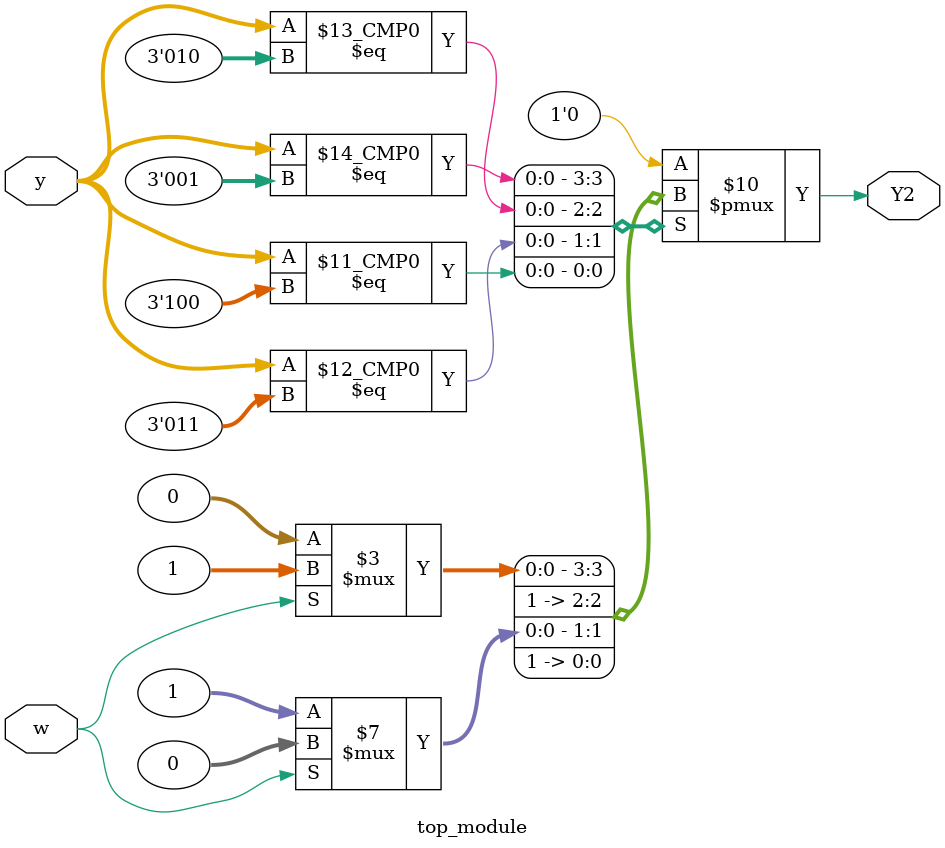
<source format=sv>
module top_module(
    input [3:1] y,
    input w,
    output reg Y2);

    always @(*) begin
        case (y)
            3'b000: Y2 = 0;            // State A: 000 -> y[2] = 0
            3'b001: Y2 = (w == 0) ? 0 : 1; // State B: 001 -> y[2] = 0 if w == 0 else 1
            3'b010: Y2 = (w == 0) ? 1 : 1; // State C: 010 -> y[2] = 1
            3'b011: Y2 = (w == 0) ? 1 : 0; // State D: 011 -> y[2] = 1 if w == 0 else 0
            3'b100: Y2 = 1;            // State E: 100 -> y[2] = 1
            3'b101: Y2 = 0;            // State F: 101 -> y[2] = 0
            default: Y2 = 0;           // Default case
        endcase
    end
endmodule

</source>
